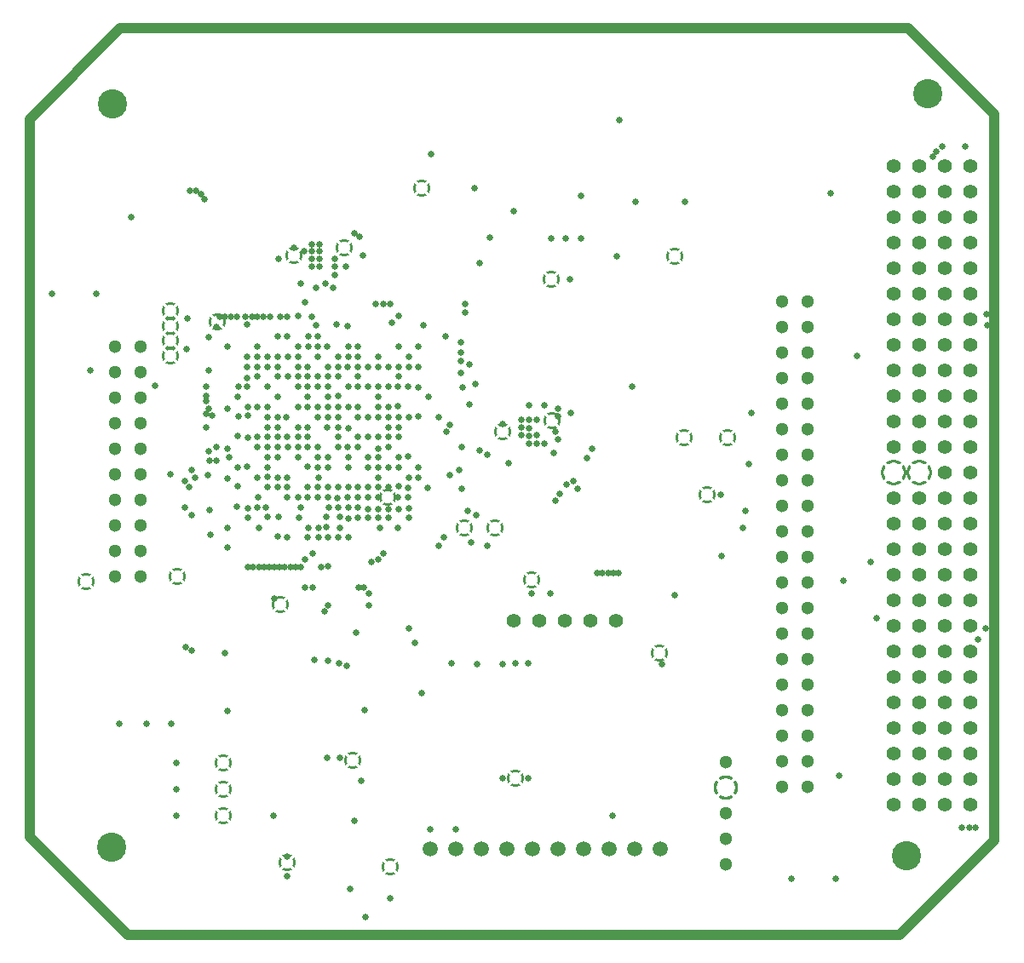
<source format=gbr>
%TF.GenerationSoftware,Altium Limited,Altium Designer,21.5.1 (32)*%
G04 Layer_Physical_Order=2*
G04 Layer_Color=32768*
%FSLAX45Y45*%
%MOMM*%
%TF.SameCoordinates,DA76D118-4440-4CF8-9B87-3A81F077C57B*%
%TF.FilePolarity,Negative*%
%TF.FileFunction,Copper,L2,Inr,Plane*%
%TF.Part,Single*%
G01*
G75*
%TA.AperFunction,ComponentPad*%
%ADD40C,1.50000*%
%TA.AperFunction,NonConductor*%
%ADD49C,1.01600*%
%TA.AperFunction,ComponentPad*%
G04:AMPARAMS|DCode=50|XSize=2.424mm|YSize=2.424mm|CornerRadius=0mm|HoleSize=0mm|Usage=FLASHONLY|Rotation=0.000|XOffset=0mm|YOffset=0mm|HoleType=Round|Shape=Relief|Width=0.254mm|Gap=0.254mm|Entries=4|*
%AMTHD50*
7,0,0,2.42400,1.91600,0.25400,45*
%
%ADD50THD50*%
%ADD51C,1.30000*%
%ADD52C,1.42000*%
G04:AMPARAMS|DCode=53|XSize=2.544mm|YSize=2.544mm|CornerRadius=0mm|HoleSize=0mm|Usage=FLASHONLY|Rotation=0.000|XOffset=0mm|YOffset=0mm|HoleType=Round|Shape=Relief|Width=0.254mm|Gap=0.254mm|Entries=4|*
%AMTHD53*
7,0,0,2.54400,2.03600,0.25400,45*
%
%ADD53THD53*%
%ADD54C,2.90000*%
%TA.AperFunction,ViaPad*%
%ADD55C,0.65000*%
G04:AMPARAMS|DCode=56|XSize=1.774mm|YSize=1.774mm|CornerRadius=0mm|HoleSize=0mm|Usage=FLASHONLY|Rotation=0.000|XOffset=0mm|YOffset=0mm|HoleType=Round|Shape=Relief|Width=0.254mm|Gap=0.254mm|Entries=4|*
%AMTHD56*
7,0,0,1.77400,1.26600,0.25400,45*
%
%ADD56THD56*%
D40*
X8810371Y3395889D02*
D03*
X8556371D02*
D03*
X7794371D02*
D03*
X7286371D02*
D03*
X6778371D02*
D03*
X6524371D02*
D03*
X7032371D02*
D03*
X7540371D02*
D03*
X8048371D02*
D03*
X8302371D02*
D03*
D49*
X3489222Y2568675D02*
X3517899Y2539999D01*
X11188699D01*
X12128501Y3479801D01*
Y10704345D01*
X11275846Y11557001D02*
X12128501Y10704345D01*
X3441699Y11557001D02*
X11275846D01*
X2539999Y10655301D02*
X3441699Y11557001D01*
X2539999Y3517899D02*
Y10655301D01*
Y3517899D02*
X3489222Y2568675D01*
D50*
X9459628Y4007665D02*
D03*
D51*
Y3245665D02*
D03*
Y3499665D02*
D03*
Y3753665D02*
D03*
Y4261665D02*
D03*
X10274300Y4013200D02*
D03*
X10020300D02*
D03*
X10274300Y4267200D02*
D03*
X10020300D02*
D03*
X10274300Y4521200D02*
D03*
X10020300D02*
D03*
X10274300Y4775200D02*
D03*
X10020300D02*
D03*
X10274300Y5029200D02*
D03*
X10020300D02*
D03*
X10274300Y5283200D02*
D03*
X10020300D02*
D03*
X10274300Y5537200D02*
D03*
X10020300D02*
D03*
X10274300Y5791200D02*
D03*
X10020300D02*
D03*
X10274300Y6045200D02*
D03*
X10020300D02*
D03*
X10274300Y6299200D02*
D03*
X10020300D02*
D03*
X10274300Y6553200D02*
D03*
X10020300D02*
D03*
X10274300Y6807200D02*
D03*
X10020300D02*
D03*
X10274300Y7061200D02*
D03*
X10020300D02*
D03*
X10274300Y7315200D02*
D03*
X10020300D02*
D03*
X10274300Y7569200D02*
D03*
X10020300D02*
D03*
X10274300Y7823200D02*
D03*
X10020300D02*
D03*
X10274300Y8077200D02*
D03*
X10020300D02*
D03*
X10274300Y8331200D02*
D03*
X10020300D02*
D03*
X10274300Y8585200D02*
D03*
X10020300D02*
D03*
X10274300Y8839200D02*
D03*
X10020300D02*
D03*
X3390900Y8394700D02*
D03*
X3644900D02*
D03*
X3390900Y8140700D02*
D03*
X3644900D02*
D03*
X3390900Y7886700D02*
D03*
X3644900D02*
D03*
X3390900Y7632700D02*
D03*
X3644900D02*
D03*
X3390900Y7378700D02*
D03*
X3644900D02*
D03*
X3390900Y7124700D02*
D03*
X3644900D02*
D03*
X3390900Y6870700D02*
D03*
X3644900D02*
D03*
X3390900Y6616700D02*
D03*
X3644900D02*
D03*
X3390900Y6362700D02*
D03*
X3644900D02*
D03*
X3390900Y6108700D02*
D03*
X3644900D02*
D03*
D52*
X11887200Y10185400D02*
D03*
Y9931400D02*
D03*
Y9677400D02*
D03*
Y9423400D02*
D03*
Y9169400D02*
D03*
Y8915400D02*
D03*
Y8661400D02*
D03*
Y8407400D02*
D03*
Y8153400D02*
D03*
Y7899400D02*
D03*
Y7645400D02*
D03*
Y7391400D02*
D03*
Y7137400D02*
D03*
Y6883400D02*
D03*
Y6629400D02*
D03*
Y6375400D02*
D03*
Y6121400D02*
D03*
Y5867400D02*
D03*
Y5613400D02*
D03*
Y5359400D02*
D03*
Y5105400D02*
D03*
Y4851400D02*
D03*
Y4597400D02*
D03*
Y4343400D02*
D03*
Y4089400D02*
D03*
Y3835400D02*
D03*
X11633200Y10185400D02*
D03*
Y9931400D02*
D03*
Y9677400D02*
D03*
Y9423400D02*
D03*
Y9169400D02*
D03*
Y8915400D02*
D03*
Y8661400D02*
D03*
Y8407400D02*
D03*
Y8153400D02*
D03*
Y7899400D02*
D03*
Y7645400D02*
D03*
Y7391400D02*
D03*
Y7137400D02*
D03*
Y6883400D02*
D03*
Y6629400D02*
D03*
Y6375400D02*
D03*
Y6121400D02*
D03*
Y5867400D02*
D03*
Y5613400D02*
D03*
Y5359400D02*
D03*
Y5105400D02*
D03*
Y4851400D02*
D03*
Y4597400D02*
D03*
Y4343400D02*
D03*
Y4089400D02*
D03*
Y3835400D02*
D03*
X11125200D02*
D03*
Y4089400D02*
D03*
Y4343400D02*
D03*
Y4597400D02*
D03*
Y4851400D02*
D03*
Y5105400D02*
D03*
Y5359400D02*
D03*
Y5613400D02*
D03*
Y5867400D02*
D03*
Y6121400D02*
D03*
Y6375400D02*
D03*
Y6629400D02*
D03*
Y6883400D02*
D03*
Y7391400D02*
D03*
Y7645400D02*
D03*
Y7899400D02*
D03*
Y8153400D02*
D03*
Y8407400D02*
D03*
Y8661400D02*
D03*
Y8915400D02*
D03*
Y9169400D02*
D03*
Y9423400D02*
D03*
Y9677400D02*
D03*
Y9931400D02*
D03*
Y10185400D02*
D03*
X11379200Y3835400D02*
D03*
Y4089400D02*
D03*
Y4343400D02*
D03*
Y4597400D02*
D03*
Y4851400D02*
D03*
Y5105400D02*
D03*
Y5359400D02*
D03*
Y5613400D02*
D03*
Y5867400D02*
D03*
Y6121400D02*
D03*
Y6375400D02*
D03*
Y6629400D02*
D03*
Y6883400D02*
D03*
Y7391400D02*
D03*
Y7645400D02*
D03*
Y7899400D02*
D03*
Y8153400D02*
D03*
Y8407400D02*
D03*
Y8661400D02*
D03*
Y8915400D02*
D03*
Y9169400D02*
D03*
Y9423400D02*
D03*
Y9677400D02*
D03*
Y9931400D02*
D03*
Y10185400D02*
D03*
X7350902Y5666110D02*
D03*
X7604902D02*
D03*
X7858902D02*
D03*
X8112902D02*
D03*
X8366902D02*
D03*
D53*
X11125200Y7137400D02*
D03*
X11379200D02*
D03*
D54*
X3365500Y10807700D02*
D03*
X11468100Y10909300D02*
D03*
X11252200Y3327400D02*
D03*
X3352800Y3416300D02*
D03*
D55*
X5878344Y2718516D02*
D03*
X4401044Y8584653D02*
D03*
X6203505Y6890185D02*
D03*
X7717232Y5931752D02*
D03*
X5911792Y5939456D02*
D03*
X7527402Y5931752D02*
D03*
X5697007Y5216117D02*
D03*
X5869351Y4775200D02*
D03*
X5506986Y5264173D02*
D03*
X5375250Y5273015D02*
D03*
X5613869Y5244056D02*
D03*
X4969298Y5888627D02*
D03*
X6435029Y4946700D02*
D03*
X9414995Y6309594D02*
D03*
X8397220Y6141627D02*
D03*
X8289402D02*
D03*
X8183234D02*
D03*
X8343931D02*
D03*
X8236159D02*
D03*
X4601767Y8690170D02*
D03*
X5017735Y9261612D02*
D03*
X7908077Y9063343D02*
D03*
X5911792Y5817499D02*
D03*
X6022087Y6590599D02*
D03*
X6057087Y6334527D02*
D03*
X7499111Y5238349D02*
D03*
X9655152Y6754167D02*
D03*
X6976503Y6718101D02*
D03*
X6737111Y5238349D02*
D03*
X7372111D02*
D03*
X6988230Y5235467D02*
D03*
X7245111Y5235435D02*
D03*
X4189801Y7084700D02*
D03*
X6121312Y2903742D02*
D03*
X8529043Y7991455D02*
D03*
X3147469Y8156283D02*
D03*
X3554791Y9673963D02*
D03*
X6534323Y10306744D02*
D03*
X8405967Y10639108D02*
D03*
X10505192Y9911357D02*
D03*
X10763310Y8300419D02*
D03*
X10626472Y6062260D02*
D03*
X10588957Y4122723D02*
D03*
X8331820Y3729419D02*
D03*
X5773153Y3673358D02*
D03*
X4506357Y4767308D02*
D03*
X7093443Y6411929D02*
D03*
X6927555Y6440602D02*
D03*
X6010144Y7377527D02*
D03*
X5806999Y7690602D02*
D03*
X5707642Y7574102D02*
D03*
X6406087Y7983099D02*
D03*
X6405182Y7695001D02*
D03*
X6197196Y7798099D02*
D03*
X4507001Y6394663D02*
D03*
X4336869Y6516859D02*
D03*
X4394740Y7258278D02*
D03*
X4705153Y8075290D02*
D03*
X5006995Y8490595D02*
D03*
X4616352Y7991434D02*
D03*
X4506701Y8390600D02*
D03*
X4319991Y8482572D02*
D03*
X5212800Y8691726D02*
D03*
X5006995Y8190601D02*
D03*
X5206995Y7790602D02*
D03*
X5704897Y8590605D02*
D03*
X6456090Y8600404D02*
D03*
X6406998Y8390600D02*
D03*
X6865618Y8728229D02*
D03*
X6674326Y8490600D02*
D03*
X9407500Y6920368D02*
D03*
X5728725Y2994491D02*
D03*
X5103817Y3127980D02*
D03*
Y3322980D02*
D03*
X5468878Y5760628D02*
D03*
X5353069Y5991320D02*
D03*
X5509063Y5817499D02*
D03*
X8829078Y5229562D02*
D03*
X10115630Y3102031D02*
D03*
X10553920D02*
D03*
X7499111Y4099282D02*
D03*
X7245111D02*
D03*
X5833565Y4070345D02*
D03*
X5629250Y4299472D02*
D03*
X5502250D02*
D03*
X4965679Y3727887D02*
D03*
X3996046D02*
D03*
Y3988313D02*
D03*
Y4248739D02*
D03*
X3946046Y4642876D02*
D03*
X3700916D02*
D03*
X3431279D02*
D03*
X2759332Y8915489D02*
D03*
X3200453D02*
D03*
X4107163Y8672352D02*
D03*
X4104842Y8365598D02*
D03*
X6960152Y9968062D02*
D03*
X8023984Y9893781D02*
D03*
X8564624Y9833049D02*
D03*
X9050100D02*
D03*
X8376217Y9289867D02*
D03*
X7112290Y9475531D02*
D03*
X7012515Y9224703D02*
D03*
X7353713Y9734089D02*
D03*
X7658100Y7429998D02*
D03*
X7767739Y7546257D02*
D03*
X5305283Y7200543D02*
D03*
X4890086Y6790776D02*
D03*
X5488136Y6593357D02*
D03*
X5489606Y6696269D02*
D03*
X5623392Y6590417D02*
D03*
X5624568Y6693917D02*
D03*
X5231997Y6790604D02*
D03*
X5706999Y6680091D02*
D03*
X6610822Y6408102D02*
D03*
X6657077Y6496055D02*
D03*
X5103817Y6490604D02*
D03*
X5005948Y6499154D02*
D03*
X4903451Y6697568D02*
D03*
X4816600Y6590601D02*
D03*
X4815047Y6889048D02*
D03*
X4616352Y7698614D02*
D03*
X4711797Y7485796D02*
D03*
X4356991Y7701828D02*
D03*
X4706996D02*
D03*
X4324649Y7776283D02*
D03*
X4298819Y7588576D02*
D03*
X4606999Y7000202D02*
D03*
X4526578Y7290598D02*
D03*
X8133986Y7372262D02*
D03*
X6806533Y7167396D02*
D03*
X6299900Y6988095D02*
D03*
X6206998Y7000205D02*
D03*
X5306995Y6890598D02*
D03*
X9713922Y7730424D02*
D03*
X5510429Y6490599D02*
D03*
X9626051Y6587464D02*
D03*
X5610230Y6490599D02*
D03*
X5509063Y6210119D02*
D03*
X5439063Y6199388D02*
D03*
X6306993Y6785599D02*
D03*
X5414063Y6490599D02*
D03*
X5602196Y6885800D02*
D03*
X5404746Y6892847D02*
D03*
X5311995Y6590604D02*
D03*
X5515230Y6789233D02*
D03*
X5781760Y5542794D02*
D03*
X5606994Y6790599D02*
D03*
X5806999Y8190601D02*
D03*
X5704897D02*
D03*
X5306995Y7990601D02*
D03*
X5206995D02*
D03*
X5506999D02*
D03*
X5406995D02*
D03*
X5706999Y7988899D02*
D03*
X5902545Y7995055D02*
D03*
X5906999Y8190601D02*
D03*
X5806994Y7990601D02*
D03*
X6206998Y6772195D02*
D03*
X6006998D02*
D03*
X5906999D02*
D03*
X6106998D02*
D03*
X6303588Y6893095D02*
D03*
X6006998Y6890598D02*
D03*
X5806994Y6890603D02*
D03*
X5906999Y6890598D02*
D03*
X9687021Y7218803D02*
D03*
X6372348Y5447794D02*
D03*
X6310229Y5590518D02*
D03*
X8951482Y5914997D02*
D03*
X5274747Y5991320D02*
D03*
X8076578Y7281953D02*
D03*
X5508654Y7188937D02*
D03*
X5411158Y7089890D02*
D03*
X5406995Y7190598D02*
D03*
Y6990598D02*
D03*
X5708446Y7189150D02*
D03*
X5906999Y7190603D02*
D03*
X6106993D02*
D03*
X5103817Y6890598D02*
D03*
X5861390Y5991752D02*
D03*
X5806994Y6790599D02*
D03*
X5808839Y5991752D02*
D03*
X5354063Y6334527D02*
D03*
X4922212Y6200972D02*
D03*
X5025579Y6198864D02*
D03*
X4973952Y6199715D02*
D03*
X5274747Y6277944D02*
D03*
X5239747Y6200849D02*
D03*
X4760922Y6201701D02*
D03*
X5076925Y6199430D02*
D03*
X5186137Y6200565D02*
D03*
X5133794Y6200427D02*
D03*
X5220520Y6690039D02*
D03*
X4871164Y6200427D02*
D03*
X4816600D02*
D03*
X4706996D02*
D03*
X5011798Y6695402D02*
D03*
X7879372Y7015601D02*
D03*
X7989766Y6979237D02*
D03*
X6499901Y6988095D02*
D03*
X6306998Y6690599D02*
D03*
X7769806Y6858095D02*
D03*
X7944394Y7050920D02*
D03*
X7806188Y6925598D02*
D03*
X6911541Y8214573D02*
D03*
X6823667Y8129914D02*
D03*
Y8249573D02*
D03*
X5939282Y6249232D02*
D03*
X6006998Y6276164D02*
D03*
X6106998Y6690599D02*
D03*
X6196995Y6590599D02*
D03*
X4296801Y7899253D02*
D03*
X4298819Y7846700D02*
D03*
X4711799Y7785798D02*
D03*
X4506996Y7776700D02*
D03*
X4322825Y7346999D02*
D03*
X4151432Y7165600D02*
D03*
X4606996Y7500600D02*
D03*
X4602195Y6795399D02*
D03*
X4711797Y6785798D02*
D03*
X4151432Y6715601D02*
D03*
X4081144Y6788300D02*
D03*
X3790608Y8004200D02*
D03*
X5110699Y7390597D02*
D03*
X4903451Y7390602D02*
D03*
X4394740Y7388085D02*
D03*
X4508646Y7372138D02*
D03*
X3943373Y7124700D02*
D03*
X4083143Y7049700D02*
D03*
X4310653Y7113298D02*
D03*
X4122551Y6991720D02*
D03*
X4507001Y7075548D02*
D03*
X4702195Y7195398D02*
D03*
X4327344Y7252448D02*
D03*
Y6761449D02*
D03*
X4093461Y5401055D02*
D03*
X4148822Y5364397D02*
D03*
X4482059Y5340739D02*
D03*
X5414395Y6590599D02*
D03*
X6837550Y7390597D02*
D03*
X7017835Y7354296D02*
D03*
X7086812Y7319296D02*
D03*
X6299495Y7994435D02*
D03*
X6197196Y7990401D02*
D03*
X6206998Y8090601D02*
D03*
X6006998Y7690602D02*
D03*
X6106998Y7590602D02*
D03*
X7919861Y7730002D02*
D03*
X7657602Y7810002D02*
D03*
X6911541Y7812334D02*
D03*
X7507600Y7805003D02*
D03*
X7429998Y7660000D02*
D03*
X7791146Y7771080D02*
D03*
X6506997Y7890601D02*
D03*
X7791146Y7469998D02*
D03*
Y7695001D02*
D03*
X7577102Y7660000D02*
D03*
X6974506Y8015599D02*
D03*
X6847669Y7980599D02*
D03*
X6606997Y7690602D02*
D03*
X6718282Y7616199D02*
D03*
X6206998Y7590602D02*
D03*
X7507600Y7504587D02*
D03*
Y7429998D02*
D03*
X7580000D02*
D03*
X7432246Y7510597D02*
D03*
X7427600Y7583104D02*
D03*
X6681909Y7540230D02*
D03*
X6406993Y7090598D02*
D03*
X6892076Y6757649D02*
D03*
X6837550Y6980601D02*
D03*
X7753015Y7336501D02*
D03*
X6206998Y7292266D02*
D03*
Y7190598D02*
D03*
X7304017Y7232266D02*
D03*
X6406998Y7190603D02*
D03*
X6006998Y7190598D02*
D03*
X6206998Y7490602D02*
D03*
X6302194Y7295401D02*
D03*
X6718282Y7115600D02*
D03*
X12049797Y8716201D02*
D03*
X8023984Y9462669D02*
D03*
X7869425D02*
D03*
X7728091D02*
D03*
X5806994Y8390600D02*
D03*
X5406995Y7790602D02*
D03*
X5806999Y7490597D02*
D03*
X5506999Y7688123D02*
D03*
X5704489Y7390597D02*
D03*
X5306997Y7790597D02*
D03*
X5206995Y8390600D02*
D03*
Y7590602D02*
D03*
X4607001Y7890601D02*
D03*
X5206995Y7390602D02*
D03*
X4606996Y7190598D02*
D03*
X5806994Y8090601D02*
D03*
X5806999Y8290601D02*
D03*
X6212484Y8697096D02*
D03*
X10901734Y6247726D02*
D03*
X10960171Y5690900D02*
D03*
X6006998Y7090598D02*
D03*
X5306995Y6990598D02*
D03*
X11809700Y3608646D02*
D03*
X12055974Y8606599D02*
D03*
X6141114Y8625727D02*
D03*
X11942001Y3610894D02*
D03*
X11879648Y3608646D02*
D03*
X5006995Y7690602D02*
D03*
X12042200Y5584483D02*
D03*
X11964700Y5475992D02*
D03*
X4319991Y8155594D02*
D03*
X4298819Y7725729D02*
D03*
X6871030Y8813247D02*
D03*
X6823667Y8430600D02*
D03*
X11514716Y10280400D02*
D03*
X11836137Y10381394D02*
D03*
X11555700Y10328334D02*
D03*
X11607321Y10381394D02*
D03*
X4298819Y7990862D02*
D03*
X4705153Y7991434D02*
D03*
X5706999Y6790604D02*
D03*
X5806994Y6690599D02*
D03*
X6306998Y8290601D02*
D03*
X6206998Y8186970D02*
D03*
X4276191Y9851569D02*
D03*
X4135678Y9942459D02*
D03*
X4196070D02*
D03*
X4244426Y9904503D02*
D03*
X4904594Y7586424D02*
D03*
X5003203Y7586810D02*
D03*
X5206997Y7490602D02*
D03*
X6823667Y8334544D02*
D03*
X6406998Y8186970D02*
D03*
X4906996Y7490602D02*
D03*
Y6990598D02*
D03*
Y7290598D02*
D03*
Y7092326D02*
D03*
X6524371Y3589850D02*
D03*
X6778371D02*
D03*
X4507001Y6590604D02*
D03*
X4706996Y6690599D02*
D03*
X4806996Y7089890D02*
D03*
X4755408Y8690170D02*
D03*
X4704321Y8190601D02*
D03*
Y8290095D02*
D03*
X4806996Y6790599D02*
D03*
Y7390597D02*
D03*
X4806998Y7492229D02*
D03*
X4806996Y7790597D02*
D03*
Y8090601D02*
D03*
Y8190601D02*
D03*
X4803483Y8290601D02*
D03*
Y8390600D02*
D03*
X4907283Y7690314D02*
D03*
X4903451Y7790602D02*
D03*
X4906996Y7990601D02*
D03*
Y8190601D02*
D03*
X4863483Y8690170D02*
D03*
X4428104D02*
D03*
X4906996Y8290601D02*
D03*
X5006995Y6990598D02*
D03*
Y7090598D02*
D03*
Y7290598D02*
D03*
X5103817Y7490602D02*
D03*
X5006995Y7490597D02*
D03*
X5094622Y7688123D02*
D03*
X5006995Y7890601D02*
D03*
X4806996Y8690170D02*
D03*
X5006995Y8090601D02*
D03*
X4481999Y8690170D02*
D03*
X5006995Y8290601D02*
D03*
X5103817Y6990598D02*
D03*
Y7089890D02*
D03*
X5031496Y8690170D02*
D03*
X5106995Y8090601D02*
D03*
Y8290601D02*
D03*
X5771319Y9520592D02*
D03*
X5206995Y6890598D02*
D03*
Y7290598D02*
D03*
X4685457Y8690170D02*
D03*
X5306995Y7890596D02*
D03*
X4931998Y8690170D02*
D03*
X5206995Y8090601D02*
D03*
X4539321Y8690170D02*
D03*
X5206995Y8190601D02*
D03*
Y8290601D02*
D03*
X5819229Y9485846D02*
D03*
X5103817Y8490977D02*
D03*
X5348488Y9407794D02*
D03*
X5306995Y6490599D02*
D03*
Y7390597D02*
D03*
Y7490602D02*
D03*
Y7590602D02*
D03*
X6057124Y8817729D02*
D03*
X4705911Y8611044D02*
D03*
X5306995Y8090601D02*
D03*
Y8190601D02*
D03*
X5349052Y9186850D02*
D03*
X5311995Y8490600D02*
D03*
X5422631Y9186850D02*
D03*
X5385339Y8604566D02*
D03*
X5571236Y9186850D02*
D03*
X5506999Y6890603D02*
D03*
X5506994Y6990603D02*
D03*
X5406995Y7290598D02*
D03*
Y7390597D02*
D03*
X5495439Y7590602D02*
D03*
X5406995Y7690602D02*
D03*
X5506994Y7790602D02*
D03*
X5422631Y9407794D02*
D03*
X5103817Y8690170D02*
D03*
X5348488Y9336288D02*
D03*
X5506999Y8090601D02*
D03*
X5406995D02*
D03*
Y8290601D02*
D03*
X6127124Y8817729D02*
D03*
X5349052Y8687850D02*
D03*
X5406995Y8390600D02*
D03*
Y8490600D02*
D03*
X5685391Y9186850D02*
D03*
X5704495Y6890598D02*
D03*
X5606999Y6990598D02*
D03*
X5506994Y7290598D02*
D03*
X5606999Y7390597D02*
D03*
Y7590602D02*
D03*
Y7690602D02*
D03*
X5422631Y9260429D02*
D03*
X5606999Y7790597D02*
D03*
X5422631Y9336288D02*
D03*
X5506999Y7890601D02*
D03*
X5276995Y8828567D02*
D03*
X5606999Y8090601D02*
D03*
X5506999Y8190601D02*
D03*
X5271221Y9336176D02*
D03*
X5606999Y8290601D02*
D03*
X5501922Y8390600D02*
D03*
X5574609Y9104601D02*
D03*
X5706999Y6490599D02*
D03*
Y6990598D02*
D03*
Y7290598D02*
D03*
X5606994Y7490597D02*
D03*
X5348488Y9259900D02*
D03*
X5570667Y9261734D02*
D03*
X5606994Y8190601D02*
D03*
X5706999Y8290601D02*
D03*
X5981996Y8817729D02*
D03*
X5806999Y6990603D02*
D03*
X5706999Y7790597D02*
D03*
X5806994D02*
D03*
X5591274Y8614767D02*
D03*
X5706999Y8390598D02*
D03*
X5906999Y6990598D02*
D03*
X5806999Y7390597D02*
D03*
X5906999Y7490597D02*
D03*
X6006998Y8290601D02*
D03*
X5235820Y9015842D02*
D03*
X5481997Y9016088D02*
D03*
X6006998Y6690599D02*
D03*
Y6990598D02*
D03*
X5906999Y7290603D02*
D03*
X6006998Y7490597D02*
D03*
X5906999Y7690602D02*
D03*
X6006998Y7790602D02*
D03*
Y7890601D02*
D03*
Y7990601D02*
D03*
Y8190601D02*
D03*
X5384800Y8972205D02*
D03*
X5556997D02*
D03*
X6106998Y6990598D02*
D03*
X6006998Y7290598D02*
D03*
X6106998Y7490597D02*
D03*
Y7690602D02*
D03*
Y7990601D02*
D03*
Y8190601D02*
D03*
Y7390597D02*
D03*
X6206998Y7690602D02*
D03*
X6106998Y7790597D02*
D03*
X6206998Y8390600D02*
D03*
X6306995Y7690602D02*
D03*
X6306998Y8190601D02*
D03*
X5610717Y7896174D02*
D03*
X5854229Y9297599D02*
D03*
X5163906Y9371289D02*
D03*
X5309497Y8388103D02*
D03*
X5906996Y6690599D02*
D03*
X5009987Y7390602D02*
D03*
X4907283Y7190598D02*
D03*
X6306993Y7090598D02*
D03*
X7507600Y7660000D02*
D03*
X7238578Y7620000D02*
D03*
X7507600Y7580000D02*
D03*
X7580000Y7507397D02*
D03*
D56*
X4401935Y8635319D02*
D03*
X6103171Y6890185D02*
D03*
X7527402Y6067443D02*
D03*
X5028300Y5829625D02*
D03*
X7728091Y9063343D02*
D03*
X7165143Y6586774D02*
D03*
X3100192Y6055667D02*
D03*
X6861071Y6590599D02*
D03*
X9042500Y7487498D02*
D03*
X9480000D02*
D03*
X9273610Y6920368D02*
D03*
X6121312Y3215478D02*
D03*
X5103817Y3257982D02*
D03*
X7372111Y4099282D02*
D03*
X4006124Y6108700D02*
D03*
X3936552Y8747420D02*
D03*
Y8596996D02*
D03*
Y8447733D02*
D03*
Y8296143D02*
D03*
X6434887Y9968062D02*
D03*
X8952684Y9289867D02*
D03*
X7732404Y7653452D02*
D03*
X8798449Y5340650D02*
D03*
X7238578Y7544999D02*
D03*
X4466300Y3727887D02*
D03*
X5163906Y9298798D02*
D03*
X5756250Y4275492D02*
D03*
X4466300Y3988313D02*
D03*
Y4248739D02*
D03*
X5670001Y9371289D02*
D03*
%TF.MD5,0aa070d8eaeca9e9c2c5d36fc0ae7c93*%
M02*

</source>
